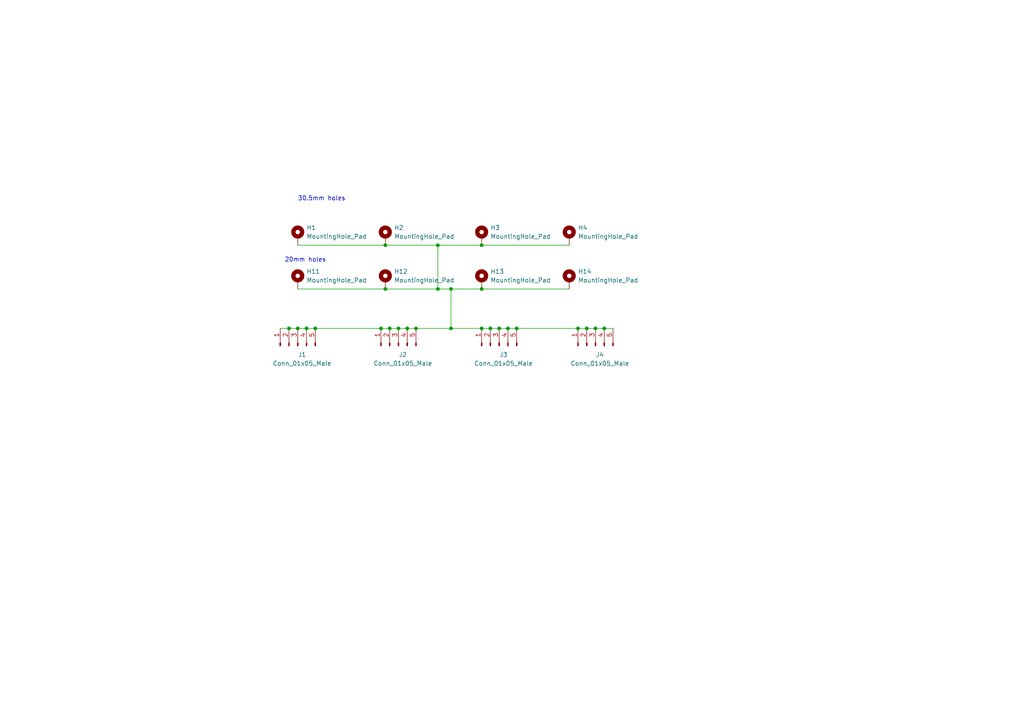
<source format=kicad_sch>
(kicad_sch (version 20211123) (generator eeschema)
  (paper "A4")
  (lib_symbols
    (symbol "Connector:Conn_01x05_Male" (pin_names (offset 1.016) hide)
      (property "Reference" "J" (at 0 7.62 0))
      (property "Value" "Conn_01x05_Male" (at 0 -7.62 0))
      (symbol "Conn_01x05_Male_1_1"
        (polyline (pts (xy 1.27 -5.08) (xy 0.8636 -5.08)) (stroke (width 0.1524)))
        (polyline (pts (xy 1.27 -2.54) (xy 0.8636 -2.54)) (stroke (width 0.1524)))
        (polyline (pts (xy 1.27 0) (xy 0.8636 0)) (stroke (width 0.1524)))
        (polyline (pts (xy 1.27 2.54) (xy 0.8636 2.54)) (stroke (width 0.1524)))
        (polyline (pts (xy 1.27 5.08) (xy 0.8636 5.08)) (stroke (width 0.1524)))
        (rectangle (start 0.8636 -4.953) (end 0 -5.207) (stroke (width 0.1524)) (fill (type outline)))
        (rectangle (start 0.8636 -2.413) (end 0 -2.667) (stroke (width 0.1524)) (fill (type outline)))
        (rectangle (start 0.8636 0.127) (end 0 -0.127) (stroke (width 0.1524)) (fill (type outline)))
        (rectangle (start 0.8636 2.667) (end 0 2.413) (stroke (width 0.1524)) (fill (type outline)))
        (rectangle (start 0.8636 5.207) (end 0 4.953) (stroke (width 0.1524)) (fill (type outline)))
        (pin passive line (at 5.08 5.08 180) (length 3.81) (name "Pin_1") (number "1"))
        (pin passive line (at 5.08 2.54 180) (length 3.81) (name "Pin_2") (number "2"))
        (pin passive line (at 5.08 0 180) (length 3.81) (name "Pin_3") (number "3"))
        (pin passive line (at 5.08 -2.54 180) (length 3.81) (name "Pin_4") (number "4"))
        (pin passive line (at 5.08 -5.08 180) (length 3.81) (name "Pin_5") (number "5"))
      )
    )
    (symbol "Mechanical:MountingHole_Pad" (pin_numbers hide) (pin_names (offset 1.016) hide)
      (property "Reference" "H" (at 0 6.35 0))
      (property "Value" "MountingHole_Pad" (at 0 4.445 0))
      (symbol "MountingHole_Pad_0_1"
        (circle (center 0 1.27) (radius 1.27) (stroke (width 1.27)))
      )
      (symbol "MountingHole_Pad_1_1"
        (pin input line (at 0 -2.54 90) (length 2.54) (name "1") (number "1"))
      )
    )
  )
  (junction (at 111.76 83.82))
  (junction (at 170.18 95.25))
  (junction (at 115.57 95.25))
  (junction (at 88.9 95.25))
  (junction (at 142.24 95.25))
  (junction (at 111.76 71.12))
  (junction (at 118.11 95.25))
  (junction (at 172.72 95.25))
  (junction (at 175.26 95.25))
  (junction (at 130.81 95.25))
  (junction (at 86.36 95.25))
  (junction (at 127 83.82))
  (junction (at 120.65 95.25))
  (junction (at 149.86 95.25))
  (junction (at 113.03 95.25))
  (junction (at 139.7 71.12))
  (junction (at 127 71.12))
  (junction (at 139.7 95.25))
  (junction (at 83.82 95.25))
  (junction (at 110.49 95.25))
  (junction (at 130.81 83.82))
  (junction (at 147.32 95.25))
  (junction (at 91.44 95.25))
  (junction (at 167.64 95.25))
  (junction (at 144.78 95.25))
  (junction (at 139.7 83.82))
  (wire (pts (xy 111.76 83.82) (xy 127 83.82)))
  (wire (pts (xy 118.11 95.25) (xy 120.65 95.25)))
  (wire (pts (xy 147.32 95.25) (xy 149.86 95.25)))
  (wire (pts (xy 91.44 95.25) (xy 110.49 95.25)))
  (wire (pts (xy 130.81 95.25) (xy 139.7 95.25)))
  (wire (pts (xy 81.28 95.25) (xy 83.82 95.25)))
  (wire (pts (xy 144.78 95.25) (xy 147.32 95.25)))
  (wire (pts (xy 113.03 95.25) (xy 115.57 95.25)))
  (wire (pts (xy 175.26 95.25) (xy 177.8 95.25)))
  (wire (pts (xy 88.9 95.25) (xy 91.44 95.25)))
  (wire (pts (xy 130.81 83.82) (xy 139.7 83.82)))
  (wire (pts (xy 127 71.12) (xy 127 83.82)))
  (wire (pts (xy 149.86 95.25) (xy 167.64 95.25)))
  (wire (pts (xy 130.81 95.25) (xy 130.81 83.82)))
  (wire (pts (xy 86.36 71.12) (xy 111.76 71.12)))
  (wire (pts (xy 115.57 95.25) (xy 118.11 95.25)))
  (wire (pts (xy 86.36 83.82) (xy 111.76 83.82)))
  (wire (pts (xy 120.65 95.25) (xy 130.81 95.25)))
  (wire (pts (xy 170.18 95.25) (xy 172.72 95.25)))
  (wire (pts (xy 167.64 95.25) (xy 170.18 95.25)))
  (wire (pts (xy 110.49 95.25) (xy 113.03 95.25)))
  (wire (pts (xy 142.24 95.25) (xy 144.78 95.25)))
  (wire (pts (xy 127 83.82) (xy 130.81 83.82)))
  (wire (pts (xy 127 71.12) (xy 139.7 71.12)))
  (wire (pts (xy 139.7 71.12) (xy 165.1 71.12)))
  (wire (pts (xy 139.7 83.82) (xy 165.1 83.82)))
  (wire (pts (xy 86.36 95.25) (xy 88.9 95.25)))
  (wire (pts (xy 139.7 95.25) (xy 142.24 95.25)))
  (wire (pts (xy 83.82 95.25) (xy 86.36 95.25)))
  (wire (pts (xy 172.72 95.25) (xy 175.26 95.25)))
  (wire (pts (xy 111.76 71.12) (xy 127 71.12)))
  (text "30.5mm holes" (at 86.36 58.42 0) (effects (font (size 1.27 1.27)) (justify left bottom)))
  (text "20mm holes" (at 82.55 76.2 0) (effects (font (size 1.27 1.27)) (justify left bottom)))
  (symbol (lib_id "Mechanical:MountingHole_Pad") (at 86.36 68.58 0) (unit 1)
    (property "Reference" "H1" (at 88.9 66.0399 0) (effects (justify left)))
    (property "Value" "MountingHole_Pad" (at 88.9 68.5799 0) (effects (justify left)))
    (property "Footprint" "MountingHole:MountingHole_3.2mm_M3_Pad_TopBottom" (effects hide))
  )
  (symbol (lib_id "Connector:Conn_01x05_Male") (at 115.57 100.33 90) (unit 1)
    (property "Reference" "J2" (at 116.84 102.87 90))
    (property "Value" "Conn_01x05_Male" (at 116.84 105.41 90))
    (property "Footprint" "Connector_PinHeader_2.54mm:PinHeader_1x05_P2.54mm_Vertical" (effects hide))
  )
  (symbol (lib_id "Mechanical:MountingHole_Pad") (at 111.76 68.58 0) (unit 1)
    (property "Reference" "H2" (at 114.3 66.0399 0) (effects (justify left)))
    (property "Value" "MountingHole_Pad" (at 114.3 68.5799 0) (effects (justify left)))
    (property "Footprint" "MountingHole:MountingHole_3.2mm_M3_Pad_TopBottom" (effects hide))
  )
  (symbol (lib_id "Connector:Conn_01x05_Male") (at 86.36 100.33 90) (unit 1)
    (property "Reference" "J1" (at 87.63 102.87 90))
    (property "Value" "Conn_01x05_Male" (at 87.63 105.41 90))
    (property "Footprint" "Connector_PinHeader_2.54mm:PinHeader_1x05_P2.54mm_Vertical" (effects hide))
  )
  (symbol (lib_id "Mechanical:MountingHole_Pad") (at 139.7 81.28 0) (unit 1)
    (property "Reference" "H13" (at 142.24 78.7399 0) (effects (justify left)))
    (property "Value" "MountingHole_Pad" (at 142.24 81.2799 0) (effects (justify left)))
    (property "Footprint" "MountingHole:MountingHole_3.2mm_M3_Pad_TopBottom" (effects hide))
  )
  (symbol (lib_id "Mechanical:MountingHole_Pad") (at 111.76 81.28 0) (unit 1)
    (property "Reference" "H12" (at 114.3 78.7399 0) (effects (justify left)))
    (property "Value" "MountingHole_Pad" (at 114.3 81.2799 0) (effects (justify left)))
    (property "Footprint" "MountingHole:MountingHole_3.2mm_M3_Pad_TopBottom" (effects hide))
  )
  (symbol (lib_id "Mechanical:MountingHole_Pad") (at 139.7 68.58 0) (unit 1)
    (property "Reference" "H3" (at 142.24 66.0399 0) (effects (justify left)))
    (property "Value" "MountingHole_Pad" (at 142.24 68.5799 0) (effects (justify left)))
    (property "Footprint" "MountingHole:MountingHole_3.2mm_M3_Pad_TopBottom" (effects hide))
  )
  (symbol (lib_id "Connector:Conn_01x05_Male") (at 144.78 100.33 90) (unit 1)
    (property "Reference" "J3" (at 146.05 102.87 90))
    (property "Value" "Conn_01x05_Male" (at 146.05 105.41 90))
    (property "Footprint" "Connector_PinHeader_2.54mm:PinHeader_1x05_P2.54mm_Vertical" (effects hide))
  )
  (symbol (lib_id "Mechanical:MountingHole_Pad") (at 165.1 68.58 0) (unit 1)
    (property "Reference" "H4" (at 167.64 66.0399 0) (effects (justify left)))
    (property "Value" "MountingHole_Pad" (at 167.64 68.5799 0) (effects (justify left)))
    (property "Footprint" "MountingHole:MountingHole_3.2mm_M3_Pad_TopBottom" (effects hide))
  )
  (symbol (lib_id "Mechanical:MountingHole_Pad") (at 165.1 81.28 0) (unit 1)
    (property "Reference" "H14" (at 167.64 78.7399 0) (effects (justify left)))
    (property "Value" "MountingHole_Pad" (at 167.64 81.2799 0) (effects (justify left)))
    (property "Footprint" "MountingHole:MountingHole_3.2mm_M3_Pad_TopBottom" (effects hide))
  )
  (symbol (lib_id "Mechanical:MountingHole_Pad") (at 86.36 81.28 0) (unit 1)
    (property "Reference" "H11" (at 88.9 78.7399 0) (effects (justify left)))
    (property "Value" "MountingHole_Pad" (at 88.9 81.2799 0) (effects (justify left)))
    (property "Footprint" "MountingHole:MountingHole_3.2mm_M3_Pad_TopBottom" (effects hide))
  )
  (symbol (lib_id "Connector:Conn_01x05_Male") (at 172.72 100.33 90) (unit 1)
    (property "Reference" "J4" (at 173.99 102.87 90))
    (property "Value" "Conn_01x05_Male" (at 173.99 105.41 90))
    (property "Footprint" "Connector_PinHeader_2.54mm:PinHeader_1x05_P2.54mm_Vertical" (effects hide))
  )
)
</source>
